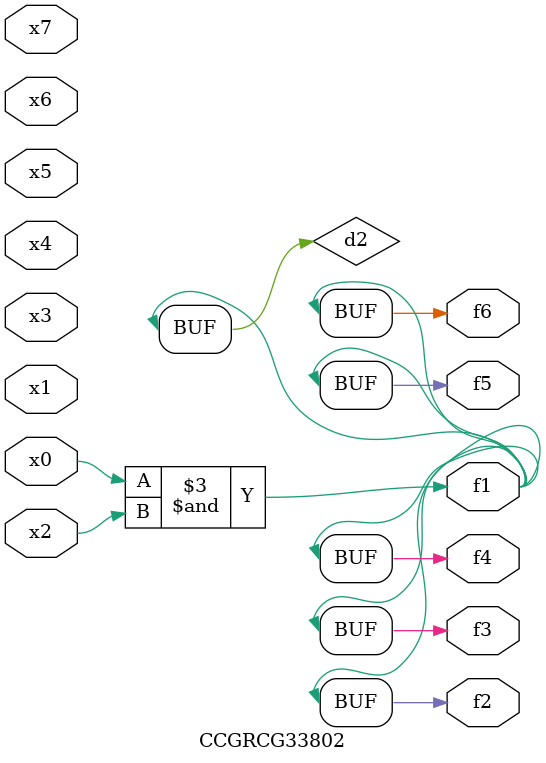
<source format=v>
module CCGRCG33802(
	input x0, x1, x2, x3, x4, x5, x6, x7,
	output f1, f2, f3, f4, f5, f6
);

	wire d1, d2;

	nor (d1, x3, x6);
	and (d2, x0, x2);
	assign f1 = d2;
	assign f2 = d2;
	assign f3 = d2;
	assign f4 = d2;
	assign f5 = d2;
	assign f6 = d2;
endmodule

</source>
